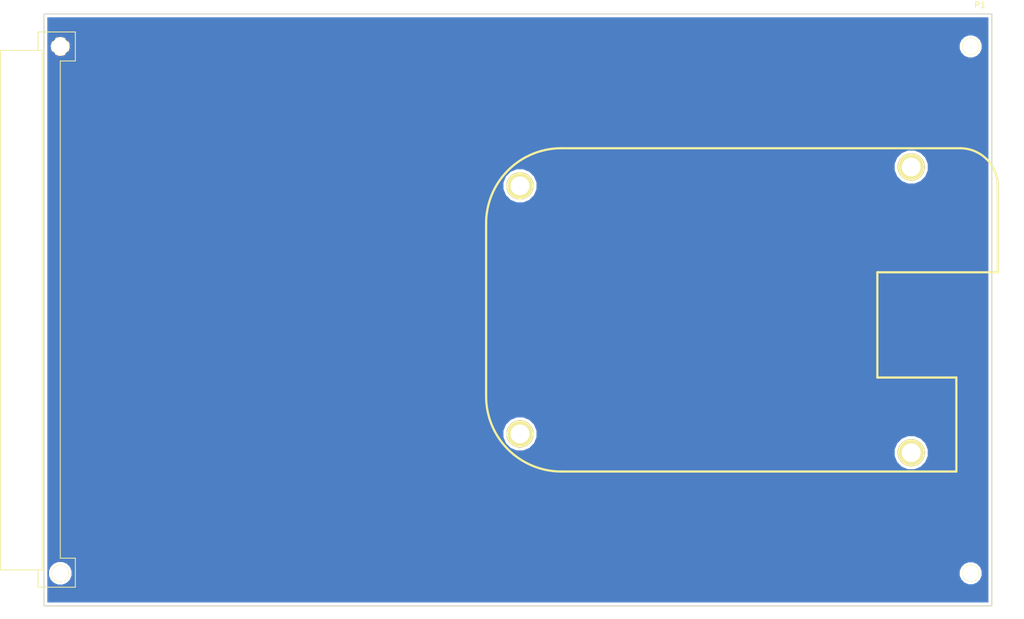
<source format=kicad_pcb>
(kicad_pcb (version 4) (host pcbnew no-vcs-found-product)

  (general
    (links 3)
    (no_connects 3)
    (area 51.334999 39.4925 220.340501 144.4425)
    (thickness 1.6)
    (drawings 4)
    (tracks 0)
    (zones 0)
    (modules 2)
    (nets 2)
  )

  (page A4)
  (layers
    (0 F.Cu signal)
    (31 B.Cu signal hide)
    (32 B.Adhes user)
    (33 F.Adhes user)
    (34 B.Paste user)
    (35 F.Paste user)
    (36 B.SilkS user)
    (37 F.SilkS user)
    (38 B.Mask user)
    (39 F.Mask user)
    (40 Dwgs.User user)
    (41 Cmts.User user)
    (42 Eco1.User user)
    (43 Eco2.User user)
    (44 Edge.Cuts user)
    (45 Margin user)
    (46 B.CrtYd user)
    (47 F.CrtYd user)
    (48 B.Fab user)
    (49 F.Fab user)
  )

  (setup
    (last_trace_width 0.25)
    (trace_clearance 0.2)
    (zone_clearance 1)
    (zone_45_only no)
    (trace_min 0.2)
    (segment_width 0.2)
    (edge_width 0.15)
    (via_size 0.6)
    (via_drill 0.4)
    (via_min_size 0.4)
    (via_min_drill 0.3)
    (uvia_size 0.3)
    (uvia_drill 0.1)
    (uvias_allowed no)
    (uvia_min_size 0.2)
    (uvia_min_drill 0.1)
    (pcb_text_width 0.3)
    (pcb_text_size 1.5 1.5)
    (mod_edge_width 0.15)
    (mod_text_size 1 1)
    (mod_text_width 0.15)
    (pad_size 2.7 2.7)
    (pad_drill 2.7)
    (pad_to_mask_clearance 0.2)
    (aux_axis_origin 0 0)
    (visible_elements FFFFFF7F)
    (pcbplotparams
      (layerselection 0x01000_7fffffff)
      (usegerberextensions false)
      (excludeedgelayer true)
      (linewidth 0.100000)
      (plotframeref false)
      (viasonmask false)
      (mode 1)
      (useauxorigin false)
      (hpglpennumber 1)
      (hpglpenspeed 20)
      (hpglpendiameter 15)
      (psnegative false)
      (psa4output false)
      (plotreference true)
      (plotvalue true)
      (plotinvisibletext false)
      (padsonsilk false)
      (subtractmaskfromsilk false)
      (outputformat 1)
      (mirror false)
      (drillshape 0)
      (scaleselection 1)
      (outputdirectory gerber/))
  )

  (net 0 "")
  (net 1 GND)

  (net_class Default "This is the default net class."
    (clearance 0.2)
    (trace_width 0.25)
    (via_dia 0.6)
    (via_drill 0.4)
    (uvia_dia 0.3)
    (uvia_drill 0.1)
    (add_net GND)
  )

  (module "Controle:BEAGLEBONEBLACK_(fixation_holes)" (layer F.Cu) (tedit 57767A7B) (tstamp 57781C06)
    (at 176.77 91.95)
    (tags "beaglebone black")
    (fp_text reference U1 (at 0 1.778) (layer F.SilkS) hide
      (effects (font (thickness 0.3048)))
    )
    (fp_text value "BEAGLEBONE BLACK" (at 0 -1.143) (layer F.SilkS) hide
      (effects (font (thickness 0.3048)))
    )
    (fp_line (start 36.195 11.811) (end 36.195 11.43) (layer F.SilkS) (width 0.381))
    (fp_line (start 36.195 11.43) (end 22.86 11.43) (layer F.SilkS) (width 0.381))
    (fp_line (start 22.86 11.43) (end 22.86 -6.35) (layer F.SilkS) (width 0.381))
    (fp_line (start 22.86 -6.35) (end 43.18 -6.35) (layer F.SilkS) (width 0.381))
    (fp_line (start 43.18 -6.35) (end 43.18 -6.731) (layer F.SilkS) (width 0.381))
    (fp_line (start -30.48 27.305) (end 36.195 27.305) (layer F.SilkS) (width 0.381))
    (fp_line (start 36.195 27.305) (end 36.195 11.811) (layer F.SilkS) (width 0.381))
    (fp_line (start 43.18 -6.731) (end 43.18 -19.685) (layer F.SilkS) (width 0.381))
    (fp_line (start 43.18 -20.955) (end 43.18 -19.685) (layer F.SilkS) (width 0.381))
    (fp_line (start -30.48 -27.305) (end 36.83 -27.305) (layer F.SilkS) (width 0.381))
    (fp_line (start -43.18 -14.605) (end -43.18 14.605) (layer F.SilkS) (width 0.381))
    (fp_arc (start -30.48 -14.605) (end -43.18 -14.605) (angle 90) (layer F.SilkS) (width 0.381))
    (fp_arc (start -30.48 14.605) (end -30.48 27.305) (angle 90) (layer F.SilkS) (width 0.381))
    (fp_arc (start 36.83 -20.955) (end 36.83 -27.305) (angle 90) (layer F.SilkS) (width 0.381))
    (pad M1 thru_hole circle (at -37.465 -20.955) (size 4.572 4.572) (drill 3.175) (layers *.Cu *.Mask F.SilkS))
    (pad M2 thru_hole circle (at 28.575 -24.13) (size 4.572 4.572) (drill 3.175) (layers *.Cu *.Mask F.SilkS))
    (pad M3 thru_hole circle (at 28.575 24.13) (size 4.572 4.572) (drill 3.175) (layers *.Cu *.Mask F.SilkS))
    (pad M4 thru_hole circle (at -37.465 20.955) (size 4.572 4.572) (drill 3.175) (layers *.Cu *.Mask F.SilkS))
  )

  (module "Controle:Eurocard_template_(without_euro_connector)" (layer F.Cu) (tedit 57ADDF3D) (tstamp 57AF803D)
    (at 218.95 141.95 180)
    (fp_text reference P1 (at 2 101.5 180) (layer F.SilkS)
      (effects (font (size 1 1) (thickness 0.15)))
    )
    (fp_text value C64AC (at 6.9 -1.4 180) (layer F.Fab)
      (effects (font (size 1 1) (thickness 0.15)))
    )
    (fp_line (start 161 3.15) (end 161 6.07) (layer F.SilkS) (width 0.15))
    (fp_line (start 161 96.95) (end 161 93.83) (layer F.SilkS) (width 0.15))
    (fp_line (start 154.7 96.95) (end 161 96.95) (layer F.SilkS) (width 0.15))
    (fp_line (start 154.7 3.15) (end 161 3.15) (layer F.SilkS) (width 0.15))
    (fp_line (start 167.34 6.07) (end 160.29 6.07) (layer F.SilkS) (width 0.15))
    (fp_line (start 154.7 8.05) (end 157.24 8.05) (layer F.SilkS) (width 0.15))
    (fp_line (start 157.24 8.05) (end 157.24 92.05) (layer F.SilkS) (width 0.15))
    (fp_line (start 167.34 93.83) (end 167.34 6.07) (layer F.SilkS) (width 0.15))
    (fp_line (start 154.7 92.05) (end 154.7 96.95) (layer F.SilkS) (width 0.15))
    (fp_circle (center 3.57 5.5) (end 3.57 4.15) (layer F.SilkS) (width 0.15))
    (fp_circle (center 157.24 94.5) (end 157.24 93.1) (layer F.SilkS) (width 0.15))
    (fp_text user REAR (at 163 50.1 270) (layer Dwgs.User)
      (effects (font (size 3 3) (thickness 0.4)))
    )
    (fp_text user FRONT (at -3 50.1 270) (layer Dwgs.User)
      (effects (font (size 3 3) (thickness 0.4)))
    )
    (fp_circle (center 3.57 94.5) (end 3.57 93.15) (layer F.SilkS) (width 0.15))
    (fp_circle (center 157.24 5.5) (end 157.24 4.1) (layer F.SilkS) (width 0.15))
    (fp_line (start 0 97.5) (end 160 97.5) (layer Dwgs.User) (width 0.15))
    (fp_line (start 0 2.5) (end 160 2.5) (layer Dwgs.User) (width 0.15))
    (fp_line (start 0 0) (end 160 0) (layer F.SilkS) (width 0.15))
    (fp_line (start 160 0) (end 160 100) (layer F.SilkS) (width 0.15))
    (fp_line (start 160 100) (end 0 100) (layer F.SilkS) (width 0.15))
    (fp_line (start 0 100) (end 0 0) (layer F.SilkS) (width 0.15))
    (fp_line (start 154.7 3.15) (end 154.7 8.05) (layer F.SilkS) (width 0.15))
    (fp_line (start 154.7 92.05) (end 157.24 92.05) (layer F.SilkS) (width 0.15))
    (fp_line (start 167.34 93.83) (end 160.29 93.83) (layer F.SilkS) (width 0.15))
    (fp_line (start 160.29 93.83) (end 160.29 6.07) (layer F.SilkS) (width 0.15))
    (pad 1 thru_hole circle (at 3.57 5.5 180) (size 2.7 2.7) (drill 2.7) (layers *.Cu *.Mask F.SilkS)
      (net 1 GND))
    (pad 2 thru_hole circle (at 3.57 94.5 180) (size 2.7 2.7) (drill 2.7) (layers *.Cu *.Mask F.SilkS)
      (net 1 GND))
    (pad 1 thru_hole circle (at 157.24 5.5 180) (size 2.8 2.8) (drill 2.8) (layers *.Cu *.Mask F.SilkS)
      (net 1 GND))
    (pad 2 thru_hole circle (at 157.24 94.5 180) (size 2.8 2.8) (drill 2.8) (layers *.Cu *.Mask F.SilkS)
      (net 1 GND))
    (model ${Controle}/Controle.3dshapes/C64AC.wrl
      (at (xyz 6.58465 -1.97439 0.15748))
      (scale (xyz 0.3937 0.3937 0.3937))
      (rotate (xyz -90 180 -90))
    )
  )

  (gr_line (start 218.95 41.95) (end 58.95 41.95) (angle 90) (layer Edge.Cuts) (width 0.15))
  (gr_line (start 218.95 141.95) (end 218.95 41.95) (angle 90) (layer Edge.Cuts) (width 0.15))
  (gr_line (start 58.95 141.95) (end 218.95 141.95) (angle 90) (layer Edge.Cuts) (width 0.15))
  (gr_line (start 58.95 41.95) (end 58.95 141.95) (angle 90) (layer Edge.Cuts) (width 0.15))

  (zone (net 1) (net_name GND) (layer F.Cu) (tstamp 57519421) (hatch edge 0.508)
    (connect_pads (clearance 1))
    (min_thickness 0.1)
    (fill yes (arc_segments 16) (thermal_gap 0.2) (thermal_bridge_width 0.508))
    (polygon
      (pts
        (xy 218.95 139.45) (xy 58.95 139.45) (xy 58.95 44.45) (xy 218.95 44.45)
      )
    )
    (filled_polygon
      (pts
        (xy 217.825 139.4) (xy 60.075 139.4) (xy 60.075 138.279994) (xy 60.320375 138.525798) (xy 61.220527 138.899573)
        (xy 62.195197 138.900424) (xy 63.096 138.52822) (xy 63.785798 137.839625) (xy 64.159573 136.939473) (xy 64.159585 136.925295)
        (xy 212.979584 136.925295) (xy 213.344192 137.807715) (xy 214.018734 138.483435) (xy 214.900516 138.849583) (xy 215.855295 138.850416)
        (xy 216.737715 138.485808) (xy 217.413435 137.811266) (xy 217.779583 136.929484) (xy 217.780416 135.974705) (xy 217.415808 135.092285)
        (xy 216.741266 134.416565) (xy 215.859484 134.050417) (xy 214.904705 134.049584) (xy 214.022285 134.414192) (xy 213.346565 135.088734)
        (xy 212.980417 135.970516) (xy 212.979584 136.925295) (xy 64.159585 136.925295) (xy 64.160424 135.964803) (xy 63.78822 135.064)
        (xy 63.099625 134.374202) (xy 62.199473 134.000427) (xy 61.224803 133.999576) (xy 60.324 134.37178) (xy 60.075 134.620346)
        (xy 60.075 116.74066) (xy 202.008422 116.74066) (xy 202.515228 117.967223) (xy 203.452841 118.906474) (xy 204.678517 119.41542)
        (xy 206.00566 119.416578) (xy 207.232223 118.909772) (xy 208.171474 117.972159) (xy 208.68042 116.746483) (xy 208.681578 115.41934)
        (xy 208.174772 114.192777) (xy 207.237159 113.253526) (xy 206.011483 112.74458) (xy 204.68434 112.743422) (xy 203.457777 113.250228)
        (xy 202.518526 114.187841) (xy 202.00958 115.413517) (xy 202.008422 116.74066) (xy 60.075 116.74066) (xy 60.075 113.56566)
        (xy 135.968422 113.56566) (xy 136.475228 114.792223) (xy 137.412841 115.731474) (xy 138.638517 116.24042) (xy 139.96566 116.241578)
        (xy 141.192223 115.734772) (xy 142.131474 114.797159) (xy 142.64042 113.571483) (xy 142.641578 112.24434) (xy 142.134772 111.017777)
        (xy 141.197159 110.078526) (xy 139.971483 109.56958) (xy 138.64434 109.568422) (xy 137.417777 110.075228) (xy 136.478526 111.012841)
        (xy 135.96958 112.238517) (xy 135.968422 113.56566) (xy 60.075 113.56566) (xy 60.075 71.65566) (xy 135.968422 71.65566)
        (xy 136.475228 72.882223) (xy 137.412841 73.821474) (xy 138.638517 74.33042) (xy 139.96566 74.331578) (xy 141.192223 73.824772)
        (xy 142.131474 72.887159) (xy 142.64042 71.661483) (xy 142.641578 70.33434) (xy 142.134772 69.107777) (xy 141.508749 68.48066)
        (xy 202.008422 68.48066) (xy 202.515228 69.707223) (xy 203.452841 70.646474) (xy 204.678517 71.15542) (xy 206.00566 71.156578)
        (xy 207.232223 70.649772) (xy 208.171474 69.712159) (xy 208.68042 68.486483) (xy 208.681578 67.15934) (xy 208.174772 65.932777)
        (xy 207.237159 64.993526) (xy 206.011483 64.48458) (xy 204.68434 64.483422) (xy 203.457777 64.990228) (xy 202.518526 65.927841)
        (xy 202.00958 67.153517) (xy 202.008422 68.48066) (xy 141.508749 68.48066) (xy 141.197159 68.168526) (xy 139.971483 67.65958)
        (xy 138.64434 67.658422) (xy 137.417777 68.165228) (xy 136.478526 69.102841) (xy 135.96958 70.328517) (xy 135.968422 71.65566)
        (xy 60.075 71.65566) (xy 60.075 48.730519) (xy 60.71798 48.730519) (xy 60.89349 48.920895) (xy 61.51853 49.121395)
        (xy 62.17272 49.06744) (xy 62.52651 48.920895) (xy 62.70202 48.730519) (xy 61.71 47.7385) (xy 60.71798 48.730519)
        (xy 60.075 48.730519) (xy 60.075 47.69981) (xy 60.09256 47.91272) (xy 60.239105 48.26651) (xy 60.429481 48.44202)
        (xy 61.4215 47.45) (xy 61.9985 47.45) (xy 62.990519 48.44202) (xy 63.180895 48.26651) (xy 63.290349 47.925295)
        (xy 212.979584 47.925295) (xy 213.344192 48.807715) (xy 214.018734 49.483435) (xy 214.900516 49.849583) (xy 215.855295 49.850416)
        (xy 216.737715 49.485808) (xy 217.413435 48.811266) (xy 217.779583 47.929484) (xy 217.780416 46.974705) (xy 217.415808 46.092285)
        (xy 216.741266 45.416565) (xy 215.859484 45.050417) (xy 214.904705 45.049584) (xy 214.022285 45.414192) (xy 213.346565 46.088734)
        (xy 212.980417 46.970516) (xy 212.979584 47.925295) (xy 63.290349 47.925295) (xy 63.381395 47.64147) (xy 63.32744 46.98728)
        (xy 63.180895 46.63349) (xy 62.990519 46.45798) (xy 61.9985 47.45) (xy 61.4215 47.45) (xy 60.429481 46.45798)
        (xy 60.239105 46.63349) (xy 60.075 47.145072) (xy 60.075 46.169481) (xy 60.71798 46.169481) (xy 61.71 47.1615)
        (xy 62.70202 46.169481) (xy 62.52651 45.979105) (xy 61.90147 45.778605) (xy 61.24728 45.83256) (xy 60.89349 45.979105)
        (xy 60.71798 46.169481) (xy 60.075 46.169481) (xy 60.075 44.5) (xy 217.825 44.5)
      )
    )
  )
  (zone (net 1) (net_name GND) (layer B.Cu) (tstamp 57519422) (hatch edge 0.508)
    (connect_pads (clearance 0.5))
    (min_thickness 0.1)
    (fill yes (arc_segments 16) (thermal_gap 0.2) (thermal_bridge_width 0.508))
    (polygon
      (pts
        (xy 218.95 141.95) (xy 58.95 141.95) (xy 58.95 41.95) (xy 218.95 41.95)
      )
    )
    (filled_polygon
      (pts
        (xy 218.325 141.325) (xy 59.575 141.325) (xy 59.575 136.836177) (xy 59.759662 136.836177) (xy 60.055906 137.553143)
        (xy 60.603971 138.102166) (xy 61.320419 138.399661) (xy 62.096177 138.400338) (xy 62.813143 138.104094) (xy 63.362166 137.556029)
        (xy 63.659661 136.839581) (xy 63.659672 136.826275) (xy 213.479671 136.826275) (xy 213.768319 137.524857) (xy 214.302331 138.059802)
        (xy 215.000409 138.349669) (xy 215.756275 138.350329) (xy 216.454857 138.061681) (xy 216.989802 137.527669) (xy 217.279669 136.829591)
        (xy 217.280329 136.073725) (xy 216.991681 135.375143) (xy 216.457669 134.840198) (xy 215.759591 134.550331) (xy 215.003725 134.549671)
        (xy 214.305143 134.838319) (xy 213.770198 135.372331) (xy 213.480331 136.070409) (xy 213.479671 136.826275) (xy 63.659672 136.826275)
        (xy 63.660338 136.063823) (xy 63.364094 135.346857) (xy 62.816029 134.797834) (xy 62.099581 134.500339) (xy 61.323823 134.499662)
        (xy 60.606857 134.795906) (xy 60.057834 135.343971) (xy 59.760339 136.060419) (xy 59.759662 136.836177) (xy 59.575 136.836177)
        (xy 59.575 116.64164) (xy 202.508508 116.64164) (xy 202.939354 117.684367) (xy 203.736437 118.482842) (xy 204.77841 118.915507)
        (xy 205.90664 118.916492) (xy 206.949367 118.485646) (xy 207.747842 117.688563) (xy 208.180507 116.64659) (xy 208.181492 115.51836)
        (xy 207.750646 114.475633) (xy 206.953563 113.677158) (xy 205.91159 113.244493) (xy 204.78336 113.243508) (xy 203.740633 113.674354)
        (xy 202.942158 114.471437) (xy 202.509493 115.51341) (xy 202.508508 116.64164) (xy 59.575 116.64164) (xy 59.575 113.46664)
        (xy 136.468508 113.46664) (xy 136.899354 114.509367) (xy 137.696437 115.307842) (xy 138.73841 115.740507) (xy 139.86664 115.741492)
        (xy 140.909367 115.310646) (xy 141.707842 114.513563) (xy 142.140507 113.47159) (xy 142.141492 112.34336) (xy 141.710646 111.300633)
        (xy 140.913563 110.502158) (xy 139.87159 110.069493) (xy 138.74336 110.068508) (xy 137.700633 110.499354) (xy 136.902158 111.296437)
        (xy 136.469493 112.33841) (xy 136.468508 113.46664) (xy 59.575 113.46664) (xy 59.575 71.55664) (xy 136.468508 71.55664)
        (xy 136.899354 72.599367) (xy 137.696437 73.397842) (xy 138.73841 73.830507) (xy 139.86664 73.831492) (xy 140.909367 73.400646)
        (xy 141.707842 72.603563) (xy 142.140507 71.56159) (xy 142.141492 70.43336) (xy 141.710646 69.390633) (xy 140.913563 68.592158)
        (xy 140.40658 68.38164) (xy 202.508508 68.38164) (xy 202.939354 69.424367) (xy 203.736437 70.222842) (xy 204.77841 70.655507)
        (xy 205.90664 70.656492) (xy 206.949367 70.225646) (xy 207.747842 69.428563) (xy 208.180507 68.38659) (xy 208.181492 67.25836)
        (xy 207.750646 66.215633) (xy 206.953563 65.417158) (xy 205.91159 64.984493) (xy 204.78336 64.983508) (xy 203.740633 65.414354)
        (xy 202.942158 66.211437) (xy 202.509493 67.25341) (xy 202.508508 68.38164) (xy 140.40658 68.38164) (xy 139.87159 68.159493)
        (xy 138.74336 68.158508) (xy 137.700633 68.589354) (xy 136.902158 69.386437) (xy 136.469493 70.42841) (xy 136.468508 71.55664)
        (xy 59.575 71.55664) (xy 59.575 48.730519) (xy 60.71798 48.730519) (xy 60.89349 48.920895) (xy 61.51853 49.121395)
        (xy 62.17272 49.06744) (xy 62.52651 48.920895) (xy 62.70202 48.730519) (xy 61.71 47.7385) (xy 60.71798 48.730519)
        (xy 59.575 48.730519) (xy 59.575 47.25853) (xy 60.038605 47.25853) (xy 60.09256 47.91272) (xy 60.239105 48.26651)
        (xy 60.429481 48.44202) (xy 61.4215 47.45) (xy 61.9985 47.45) (xy 62.990519 48.44202) (xy 63.180895 48.26651)
        (xy 63.322113 47.826275) (xy 213.479671 47.826275) (xy 213.768319 48.524857) (xy 214.302331 49.059802) (xy 215.000409 49.349669)
        (xy 215.756275 49.350329) (xy 216.454857 49.061681) (xy 216.989802 48.527669) (xy 217.279669 47.829591) (xy 217.280329 47.073725)
        (xy 216.991681 46.375143) (xy 216.457669 45.840198) (xy 215.759591 45.550331) (xy 215.003725 45.549671) (xy 214.305143 45.838319)
        (xy 213.770198 46.372331) (xy 213.480331 47.070409) (xy 213.479671 47.826275) (xy 63.322113 47.826275) (xy 63.381395 47.64147)
        (xy 63.32744 46.98728) (xy 63.180895 46.63349) (xy 62.990519 46.45798) (xy 61.9985 47.45) (xy 61.4215 47.45)
        (xy 60.429481 46.45798) (xy 60.239105 46.63349) (xy 60.038605 47.25853) (xy 59.575 47.25853) (xy 59.575 46.169481)
        (xy 60.71798 46.169481) (xy 61.71 47.1615) (xy 62.70202 46.169481) (xy 62.52651 45.979105) (xy 61.90147 45.778605)
        (xy 61.24728 45.83256) (xy 60.89349 45.979105) (xy 60.71798 46.169481) (xy 59.575 46.169481) (xy 59.575 42.575)
        (xy 218.325 42.575)
      )
    )
  )
)

</source>
